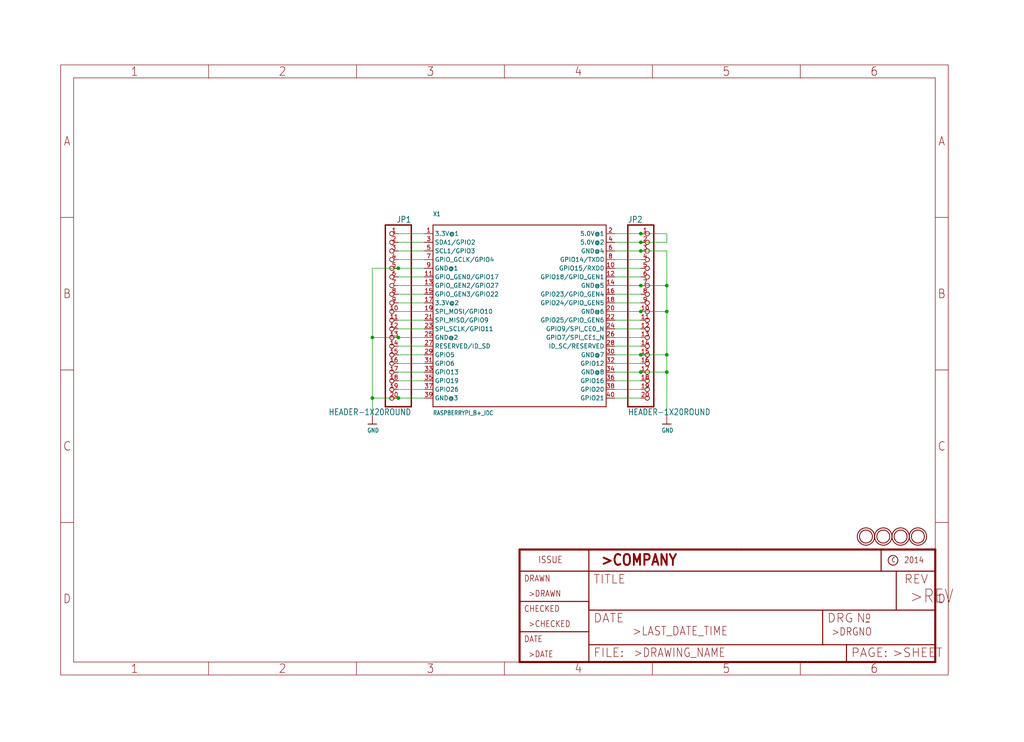
<source format=kicad_sch>
(kicad_sch (version 20211123) (generator eeschema)
  (paper "User" 300.38 217.881)
  (lib_symbols
    (symbol "eagleSchem-eagle-import:FRAME_A4"
      (symbol "FRAME_A4_1_0"
        (polyline (pts (xy 0 44.7675) (xy 3.81 44.7675)))
        (polyline (pts (xy 0 89.535) (xy 3.81 89.535)))
        (polyline (pts (xy 0 134.3025) (xy 3.81 134.3025)))
        (polyline (pts (xy 3.81 3.81) (xy 3.81 175.26)))
        (polyline (pts (xy 43.3917 0) (xy 43.3917 3.81)))
        (polyline (pts (xy 43.3917 175.26) (xy 43.3917 179.07)))
        (polyline (pts (xy 86.7833 0) (xy 86.7833 3.81)))
        (polyline (pts (xy 86.7833 175.26) (xy 86.7833 179.07)))
        (polyline (pts (xy 130.175 0) (xy 130.175 3.81)))
        (polyline (pts (xy 130.175 175.26) (xy 130.175 179.07)))
        (polyline (pts (xy 173.5667 0) (xy 173.5667 3.81)))
        (polyline (pts (xy 173.5667 175.26) (xy 173.5667 179.07)))
        (polyline (pts (xy 216.9583 0) (xy 216.9583 3.81)))
        (polyline (pts (xy 216.9583 175.26) (xy 216.9583 179.07)))
        (polyline (pts (xy 256.54 3.81) (xy 3.81 3.81)))
        (polyline (pts (xy 256.54 3.81) (xy 256.54 8.89)) (stroke (width 0.1016)))
        (polyline (pts (xy 256.54 3.81) (xy 256.54 175.26)))
        (polyline (pts (xy 256.54 8.89) (xy 256.54 13.97)) (stroke (width 0.1016)))
        (polyline (pts (xy 256.54 13.97) (xy 256.54 19.05)) (stroke (width 0.1016)))
        (polyline (pts (xy 256.54 19.05) (xy 256.54 36.83)) (stroke (width 0.1016)))
        (polyline (pts (xy 256.54 44.7675) (xy 260.35 44.7675)))
        (polyline (pts (xy 256.54 89.535) (xy 260.35 89.535)))
        (polyline (pts (xy 256.54 134.3025) (xy 260.35 134.3025)))
        (polyline (pts (xy 256.54 175.26) (xy 3.81 175.26)))
        (polyline (pts (xy 0 0) (xy 260.35 0) (xy 260.35 179.07) (xy 0 179.07) (xy 0 0)))
        (text "1" (at 21.6958 1.905 0) (effects (font (size 2.54 2.286))))
        (text "1" (at 21.6958 177.165 0) (effects (font (size 2.54 2.286))))
        (text "2" (at 65.0875 1.905 0) (effects (font (size 2.54 2.286))))
        (text "2" (at 65.0875 177.165 0) (effects (font (size 2.54 2.286))))
        (text "3" (at 108.4792 1.905 0) (effects (font (size 2.54 2.286))))
        (text "3" (at 108.4792 177.165 0) (effects (font (size 2.54 2.286))))
        (text "4" (at 151.8708 1.905 0) (effects (font (size 2.54 2.286))))
        (text "4" (at 151.8708 177.165 0) (effects (font (size 2.54 2.286))))
        (text "5" (at 195.2625 1.905 0) (effects (font (size 2.54 2.286))))
        (text "5" (at 195.2625 177.165 0) (effects (font (size 2.54 2.286))))
        (text "6" (at 238.6542 1.905 0) (effects (font (size 2.54 2.286))))
        (text "6" (at 238.6542 177.165 0) (effects (font (size 2.54 2.286))))
        (text "A" (at 1.905 156.6863 0) (effects (font (size 2.54 2.286))))
        (text "A" (at 258.445 156.6863 0) (effects (font (size 2.54 2.286))))
        (text "B" (at 1.905 111.9188 0) (effects (font (size 2.54 2.286))))
        (text "B" (at 258.445 111.9188 0) (effects (font (size 2.54 2.286))))
        (text "C" (at 1.905 67.1513 0) (effects (font (size 2.54 2.286))))
        (text "C" (at 258.445 67.1513 0) (effects (font (size 2.54 2.286))))
        (text "D" (at 1.905 22.3838 0) (effects (font (size 2.54 2.286))))
        (text "D" (at 258.445 22.3838 0) (effects (font (size 2.54 2.286))))
      )
      (symbol "FRAME_A4_2_0"
        (polyline (pts (xy 0 1.27) (xy 20.32 1.27)) (stroke (width 0.6096)))
        (polyline (pts (xy 0 10.16) (xy 0 1.27)) (stroke (width 0.6096)))
        (polyline (pts (xy 0 10.16) (xy 20.32 10.16)) (stroke (width 0.3048)))
        (polyline (pts (xy 0 19.05) (xy 0 10.16)) (stroke (width 0.6096)))
        (polyline (pts (xy 0 19.05) (xy 20.32 19.05)) (stroke (width 0.3048)))
        (polyline (pts (xy 0 27.94) (xy 0 19.05)) (stroke (width 0.6096)))
        (polyline (pts (xy 0 27.94) (xy 20.32 27.94)) (stroke (width 0.3048)))
        (polyline (pts (xy 0 34.29) (xy 0 27.94)) (stroke (width 0.6096)))
        (polyline (pts (xy 20.32 1.27) (xy 20.32 6.35)) (stroke (width 0.3048)))
        (polyline (pts (xy 20.32 1.27) (xy 95.885 1.27)) (stroke (width 0.6096)))
        (polyline (pts (xy 20.32 6.35) (xy 20.32 10.16)) (stroke (width 0.3048)))
        (polyline (pts (xy 20.32 6.35) (xy 88.9 6.35)) (stroke (width 0.3048)))
        (polyline (pts (xy 20.32 10.16) (xy 20.32 19.05)) (stroke (width 0.3048)))
        (polyline (pts (xy 20.32 16.51) (xy 20.32 19.05)) (stroke (width 0.3048)))
        (polyline (pts (xy 20.32 19.05) (xy 20.32 27.94)) (stroke (width 0.3048)))
        (polyline (pts (xy 20.32 27.94) (xy 20.32 34.29)) (stroke (width 0.3048)))
        (polyline (pts (xy 20.32 27.94) (xy 65.0875 27.94)) (stroke (width 0.3048)))
        (polyline (pts (xy 20.32 34.29) (xy 0 34.29)) (stroke (width 0.6096)))
        (polyline (pts (xy 65.0875 27.94) (xy 106.045 27.94)) (stroke (width 0.3048)))
        (polyline (pts (xy 65.0875 34.29) (xy 20.32 34.29)) (stroke (width 0.6096)))
        (polyline (pts (xy 88.9 6.35) (xy 95.885 6.35)) (stroke (width 0.3048)))
        (polyline (pts (xy 88.9 16.51) (xy 20.32 16.51)) (stroke (width 0.3048)))
        (polyline (pts (xy 88.9 16.51) (xy 88.9 6.35)) (stroke (width 0.3048)))
        (polyline (pts (xy 95.885 1.27) (xy 121.92 1.27)) (stroke (width 0.6096)))
        (polyline (pts (xy 95.885 6.35) (xy 95.885 1.27)) (stroke (width 0.3048)))
        (polyline (pts (xy 95.885 6.35) (xy 121.92 6.35)) (stroke (width 0.3048)))
        (polyline (pts (xy 101.6 13.0175) (xy 102.5525 13.0175)) (stroke (width 0.254)))
        (polyline (pts (xy 106.045 27.94) (xy 106.045 34.29)) (stroke (width 0.3048)))
        (polyline (pts (xy 106.045 27.94) (xy 110.49 27.94)) (stroke (width 0.3048)))
        (polyline (pts (xy 106.045 34.29) (xy 65.0875 34.29)) (stroke (width 0.6096)))
        (polyline (pts (xy 110.49 16.51) (xy 88.9 16.51)) (stroke (width 0.3048)))
        (polyline (pts (xy 110.49 27.94) (xy 110.49 16.51)) (stroke (width 0.3048)))
        (polyline (pts (xy 110.49 27.94) (xy 113.03 27.94)) (stroke (width 0.3048)))
        (polyline (pts (xy 113.03 27.94) (xy 121.92 27.94)) (stroke (width 0.3048)))
        (polyline (pts (xy 113.03 34.29) (xy 106.045 34.29)) (stroke (width 0.6096)))
        (polyline (pts (xy 121.92 6.35) (xy 121.92 1.27)) (stroke (width 0.6096)))
        (polyline (pts (xy 121.92 16.51) (xy 110.49 16.51)) (stroke (width 0.3048)))
        (polyline (pts (xy 121.92 16.51) (xy 121.92 6.35)) (stroke (width 0.6096)))
        (polyline (pts (xy 121.92 27.94) (xy 121.92 16.51)) (stroke (width 0.6096)))
        (polyline (pts (xy 121.92 34.29) (xy 113.03 34.29)) (stroke (width 0.6096)))
        (polyline (pts (xy 121.92 34.29) (xy 121.92 27.94)) (stroke (width 0.6096)))
        (circle (center 109.5375 31.115) (radius 1.4199) (stroke (width 0.254)))
        (text "2014" (at 112.7125 30.1625 0) (effects (font (size 1.778 1.5113)) (justify left bottom)))
        (text ">CHECKED" (at 2.54 11.43 0) (effects (font (size 1.778 1.5113)) (justify left bottom)))
        (text ">COMPANY" (at 23.6538 29.3687 0) (effects (font (size 3.175 2.6987) (thickness 0.5397) bold) (justify left bottom)))
        (text ">DATE" (at 2.54 2.54 0) (effects (font (size 1.778 1.5113)) (justify left bottom)))
        (text ">DRAWING_NAME" (at 33.3375 2.54 0) (effects (font (size 2.54 2.159)) (justify left bottom)))
        (text ">DRAWN" (at 2.54 20.32 0) (effects (font (size 1.778 1.5113)) (justify left bottom)))
        (text ">DRGNO" (at 91.44 8.89 0) (effects (font (size 2.1844 1.8567)) (justify left bottom)))
        (text ">LAST_DATE_TIME" (at 33.02 8.89 0) (effects (font (size 2.54 2.159)) (justify left bottom)))
        (text ">REV" (at 114.3 18.415 0) (effects (font (size 3.81 3.2385)) (justify left bottom)))
        (text ">SHEET" (at 109.22 2.54 0) (effects (font (size 2.54 2.54)) (justify left bottom)))
        (text "C" (at 109.0612 30.48 0) (effects (font (size 1.27 1.0795)) (justify left bottom)))
        (text "CHECKED" (at 1.27 15.875 0) (effects (font (size 1.778 1.5113)) (justify left bottom)))
        (text "DATE" (at 1.27 6.985 0) (effects (font (size 1.778 1.5113)) (justify left bottom)))
        (text "DATE" (at 21.59 12.7 0) (effects (font (size 2.54 2.54)) (justify left bottom)))
        (text "DRAWN" (at 1.27 24.765 0) (effects (font (size 1.778 1.5113)) (justify left bottom)))
        (text "DRG" (at 90.17 12.7 0) (effects (font (size 2.54 2.54)) (justify left bottom)))
        (text "FILE:" (at 21.59 2.54 0) (effects (font (size 2.54 2.54)) (justify left bottom)))
        (text "ISSUE" (at 5.3975 30.1625 0) (effects (font (size 1.9304 1.6408)) (justify left bottom)))
        (text "N" (at 98.7425 12.7 0) (effects (font (size 2.54 2.54)) (justify left bottom)))
        (text "o" (at 101.2825 13.6525 0) (effects (font (size 2.1844 1.8567)) (justify left bottom)))
        (text "PAGE:" (at 97.155 2.54 0) (effects (font (size 2.54 2.54)) (justify left bottom)))
        (text "REV" (at 112.7125 24.13 0) (effects (font (size 2.54 2.54)) (justify left bottom)))
        (text "TITLE" (at 21.59 24.13 0) (effects (font (size 2.54 2.54)) (justify left bottom)))
      )
    )
    (symbol "eagleSchem-eagle-import:GND" (power)
      (property "Value" "GND" (at -1.524 -2.54 0))
      (symbol "GND_1_0"
        (polyline (pts (xy -1.27 0) (xy 1.27 0)) (stroke (width 0.254)))
        (pin power_in line (at 0 2.54 270) (length 2.54) (name "GND") (number "1"))
      )
    )
    (symbol "eagleSchem-eagle-import:HEADER-1X20ROUND"
      (property "Reference" "JP" (at -6.35 26.035 0))
      (property "Value" "HEADER-1X20ROUND" (at -6.35 -30.48 0))
      (symbol "HEADER-1X20ROUND_1_0"
        (polyline (pts (xy -6.35 -27.94) (xy 1.27 -27.94)) (stroke (width 0.4064)))
        (polyline (pts (xy -6.35 25.4) (xy -6.35 -27.94)) (stroke (width 0.4064)))
        (polyline (pts (xy 1.27 -27.94) (xy 1.27 25.4)) (stroke (width 0.4064)))
        (polyline (pts (xy 1.27 25.4) (xy -6.35 25.4)) (stroke (width 0.4064)))
        (pin passive inverted (at -2.54 22.86 0) (length 2.54) (name "1") (number "1"))
        (pin passive inverted (at -2.54 0 0) (length 2.54) (name "10") (number "10"))
        (pin passive inverted (at -2.54 -2.54 0) (length 2.54) (name "11") (number "11"))
        (pin passive inverted (at -2.54 -5.08 0) (length 2.54) (name "12") (number "12"))
        (pin passive inverted (at -2.54 -7.62 0) (length 2.54) (name "13") (number "13"))
        (pin passive inverted (at -2.54 -10.16 0) (length 2.54) (name "14") (number "14"))
        (pin passive inverted (at -2.54 -12.7 0) (length 2.54) (name "15") (number "15"))
        (pin passive inverted (at -2.54 -15.24 0) (length 2.54) (name "16") (number "16"))
        (pin passive inverted (at -2.54 -17.78 0) (length 2.54) (name "17") (number "17"))
        (pin passive inverted (at -2.54 -20.32 0) (length 2.54) (name "18") (number "18"))
        (pin passive inverted (at -2.54 -22.86 0) (length 2.54) (name "19") (number "19"))
        (pin passive inverted (at -2.54 20.32 0) (length 2.54) (name "2") (number "2"))
        (pin passive inverted (at -2.54 -25.4 0) (length 2.54) (name "20") (number "20"))
        (pin passive inverted (at -2.54 17.78 0) (length 2.54) (name "3") (number "3"))
        (pin passive inverted (at -2.54 15.24 0) (length 2.54) (name "4") (number "4"))
        (pin passive inverted (at -2.54 12.7 0) (length 2.54) (name "5") (number "5"))
        (pin passive inverted (at -2.54 10.16 0) (length 2.54) (name "6") (number "6"))
        (pin passive inverted (at -2.54 7.62 0) (length 2.54) (name "7") (number "7"))
        (pin passive inverted (at -2.54 5.08 0) (length 2.54) (name "8") (number "8"))
        (pin passive inverted (at -2.54 2.54 0) (length 2.54) (name "9") (number "9"))
      )
    )
    (symbol "eagleSchem-eagle-import:MOUNTINGHOLE2.5_THICK"
      (symbol "MOUNTINGHOLE2.5_THICK_1_0"
        (circle (center 0 0) (radius 1.905) (stroke (width 0.254)))
        (circle (center 0 0) (radius 2.54) (stroke (width 0.254)))
      )
    )
    (symbol "eagleSchem-eagle-import:RASPBERRYPI_B+_IDC"
      (property "Reference" "X" (at -25.4 27.94 0))
      (property "Value" "RASPBERRYPI_B+_IDC" (at -25.4 -30.48 0))
      (symbol "RASPBERRYPI_B+_IDC_1_0"
        (polyline (pts (xy -25.4 -27.94) (xy -25.4 25.4)) (stroke (width 0.254)))
        (polyline (pts (xy -25.4 25.4) (xy 25.4 25.4)) (stroke (width 0.254)))
        (polyline (pts (xy 25.4 -27.94) (xy -25.4 -27.94)) (stroke (width 0.254)))
        (polyline (pts (xy 25.4 25.4) (xy 25.4 -27.94)) (stroke (width 0.254)))
        (pin power_in line (at -27.94 22.86 0) (length 2.54) (name "3.3V@1") (number "1"))
        (pin bidirectional line (at 27.94 12.7 180) (length 2.54) (name "GPIO15/RXD0") (number "10"))
        (pin bidirectional line (at -27.94 10.16 0) (length 2.54) (name "GPIO_GEN0/GPIO17") (number "11"))
        (pin bidirectional line (at 27.94 10.16 180) (length 2.54) (name "GPIO18/GPIO_GEN1") (number "12"))
        (pin bidirectional line (at -27.94 7.62 0) (length 2.54) (name "GPIO_GEN2/GPIO27") (number "13"))
        (pin power_in line (at 27.94 7.62 180) (length 2.54) (name "GND@5") (number "14"))
        (pin bidirectional line (at -27.94 5.08 0) (length 2.54) (name "GPIO_GEN3/GPIO22") (number "15"))
        (pin bidirectional line (at 27.94 5.08 180) (length 2.54) (name "GPIO23/GPIO_GEN4") (number "16"))
        (pin power_in line (at -27.94 2.54 0) (length 2.54) (name "3.3V@2") (number "17"))
        (pin bidirectional line (at 27.94 2.54 180) (length 2.54) (name "GPIO24/GPIO_GEN5") (number "18"))
        (pin bidirectional line (at -27.94 0 0) (length 2.54) (name "SPI_MOSI/GPIO10") (number "19"))
        (pin power_in line (at 27.94 22.86 180) (length 2.54) (name "5.0V@1") (number "2"))
        (pin power_in line (at 27.94 0 180) (length 2.54) (name "GND@6") (number "20"))
        (pin input line (at -27.94 -2.54 0) (length 2.54) (name "SPI_MISO/GPIO9") (number "21"))
        (pin bidirectional line (at 27.94 -2.54 180) (length 2.54) (name "GPIO25/GPIO_GEN6") (number "22"))
        (pin bidirectional line (at -27.94 -5.08 0) (length 2.54) (name "SPI_SCLK/GPIO11") (number "23"))
        (pin bidirectional line (at 27.94 -5.08 180) (length 2.54) (name "GPIO9/SPI_CE0_N") (number "24"))
        (pin power_in line (at -27.94 -7.62 0) (length 2.54) (name "GND@2") (number "25"))
        (pin bidirectional line (at 27.94 -7.62 180) (length 2.54) (name "GPIO7/SPI_CE1_N") (number "26"))
        (pin bidirectional line (at -27.94 -10.16 0) (length 2.54) (name "RESERVED/ID_SD") (number "27"))
        (pin bidirectional line (at 27.94 -10.16 180) (length 2.54) (name "ID_SC/RESERVED") (number "28"))
        (pin bidirectional line (at -27.94 -12.7 0) (length 2.54) (name "GPIO5") (number "29"))
        (pin bidirectional line (at -27.94 20.32 0) (length 2.54) (name "SDA1/GPIO2") (number "3"))
        (pin power_in line (at 27.94 -12.7 180) (length 2.54) (name "GND@7") (number "30"))
        (pin bidirectional line (at -27.94 -15.24 0) (length 2.54) (name "GPIO6") (number "31"))
        (pin bidirectional line (at 27.94 -15.24 180) (length 2.54) (name "GPIO12") (number "32"))
        (pin bidirectional line (at -27.94 -17.78 0) (length 2.54) (name "GPIO13") (number "33"))
        (pin power_in line (at 27.94 -17.78 180) (length 2.54) (name "GND@8") (number "34"))
        (pin bidirectional line (at -27.94 -20.32 0) (length 2.54) (name "GPIO19") (number "35"))
        (pin bidirectional line (at 27.94 -20.32 180) (length 2.54) (name "GPIO16") (number "36"))
        (pin bidirectional line (at -27.94 -22.86 0) (length 2.54) (name "GPIO26") (number "37"))
        (pin bidirectional line (at 27.94 -22.86 180) (length 2.54) (name "GPIO20") (number "38"))
        (pin power_in line (at -27.94 -25.4 0) (length 2.54) (name "GND@3") (number "39"))
        (pin power_in line (at 27.94 20.32 180) (length 2.54) (name "5.0V@2") (number "4"))
        (pin bidirectional line (at 27.94 -25.4 180) (length 2.54) (name "GPIO21") (number "40"))
        (pin bidirectional line (at -27.94 17.78 0) (length 2.54) (name "SCL1/GPIO3") (number "5"))
        (pin power_in line (at 27.94 17.78 180) (length 2.54) (name "GND@4") (number "6"))
        (pin bidirectional line (at -27.94 15.24 0) (length 2.54) (name "GPIO_GCLK/GPIO4") (number "7"))
        (pin bidirectional line (at 27.94 15.24 180) (length 2.54) (name "GPIO14/TXD0") (number "8"))
        (pin power_in line (at -27.94 12.7 0) (length 2.54) (name "GND@1") (number "9"))
      )
    )
  )
  (junction (at 187.96 71.12))
  (junction (at 195.58 109.22))
  (junction (at 187.96 104.14))
  (junction (at 109.22 116.84))
  (junction (at 187.96 73.66))
  (junction (at 116.84 78.74))
  (junction (at 195.58 83.82))
  (junction (at 187.96 83.82))
  (junction (at 109.22 99.06))
  (junction (at 116.84 116.84))
  (junction (at 187.96 91.44))
  (junction (at 195.58 91.44))
  (junction (at 195.58 104.14))
  (junction (at 187.96 68.58))
  (junction (at 187.96 109.22))
  (junction (at 116.84 99.06))
  (wire (pts (xy 187.96 88.9) (xy 180.34 88.9)))
  (wire (pts (xy 195.58 68.58) (xy 195.58 71.12)))
  (wire (pts (xy 187.96 83.82) (xy 195.58 83.82)))
  (wire (pts (xy 187.96 91.44) (xy 195.58 91.44)))
  (wire (pts (xy 116.84 68.58) (xy 124.46 68.58)))
  (wire (pts (xy 116.84 106.68) (xy 124.46 106.68)))
  (wire (pts (xy 187.96 106.68) (xy 180.34 106.68)))
  (wire (pts (xy 116.84 104.14) (xy 124.46 104.14)))
  (wire (pts (xy 187.96 86.36) (xy 180.34 86.36)))
  (wire (pts (xy 116.84 116.84) (xy 124.46 116.84)))
  (wire (pts (xy 116.84 88.9) (xy 124.46 88.9)))
  (wire (pts (xy 187.96 101.6) (xy 180.34 101.6)))
  (wire (pts (xy 116.84 111.76) (xy 124.46 111.76)))
  (wire (pts (xy 187.96 111.76) (xy 180.34 111.76)))
  (wire (pts (xy 116.84 91.44) (xy 124.46 91.44)))
  (wire (pts (xy 116.84 78.74) (xy 109.22 78.74)))
  (wire (pts (xy 116.84 114.3) (xy 124.46 114.3)))
  (wire (pts (xy 116.84 93.98) (xy 124.46 93.98)))
  (wire (pts (xy 116.84 101.6) (xy 124.46 101.6)))
  (wire (pts (xy 116.84 109.22) (xy 124.46 109.22)))
  (wire (pts (xy 187.96 71.12) (xy 180.34 71.12)))
  (wire (pts (xy 195.58 83.82) (xy 195.58 91.44)))
  (wire (pts (xy 195.58 109.22) (xy 195.58 121.92)))
  (wire (pts (xy 195.58 71.12) (xy 187.96 71.12)))
  (wire (pts (xy 187.96 114.3) (xy 180.34 114.3)))
  (wire (pts (xy 187.96 104.14) (xy 180.34 104.14)))
  (wire (pts (xy 187.96 116.84) (xy 180.34 116.84)))
  (wire (pts (xy 187.96 76.2) (xy 180.34 76.2)))
  (wire (pts (xy 195.58 73.66) (xy 195.58 83.82)))
  (wire (pts (xy 109.22 78.74) (xy 109.22 99.06)))
  (wire (pts (xy 187.96 109.22) (xy 195.58 109.22)))
  (wire (pts (xy 116.84 73.66) (xy 124.46 73.66)))
  (wire (pts (xy 187.96 81.28) (xy 180.34 81.28)))
  (wire (pts (xy 187.96 99.06) (xy 180.34 99.06)))
  (wire (pts (xy 116.84 83.82) (xy 124.46 83.82)))
  (wire (pts (xy 187.96 68.58) (xy 195.58 68.58)))
  (wire (pts (xy 109.22 99.06) (xy 109.22 116.84)))
  (wire (pts (xy 116.84 116.84) (xy 109.22 116.84)))
  (wire (pts (xy 116.84 86.36) (xy 124.46 86.36)))
  (wire (pts (xy 187.96 91.44) (xy 180.34 91.44)))
  (wire (pts (xy 187.96 104.14) (xy 195.58 104.14)))
  (wire (pts (xy 116.84 81.28) (xy 124.46 81.28)))
  (wire (pts (xy 187.96 83.82) (xy 180.34 83.82)))
  (wire (pts (xy 187.96 73.66) (xy 195.58 73.66)))
  (wire (pts (xy 116.84 99.06) (xy 124.46 99.06)))
  (wire (pts (xy 195.58 104.14) (xy 195.58 109.22)))
  (wire (pts (xy 187.96 73.66) (xy 180.34 73.66)))
  (wire (pts (xy 187.96 96.52) (xy 180.34 96.52)))
  (wire (pts (xy 116.84 76.2) (xy 124.46 76.2)))
  (wire (pts (xy 195.58 91.44) (xy 195.58 104.14)))
  (wire (pts (xy 187.96 109.22) (xy 180.34 109.22)))
  (wire (pts (xy 116.84 99.06) (xy 109.22 99.06)))
  (wire (pts (xy 109.22 116.84) (xy 109.22 121.92)))
  (wire (pts (xy 116.84 78.74) (xy 124.46 78.74)))
  (wire (pts (xy 187.96 78.74) (xy 180.34 78.74)))
  (wire (pts (xy 187.96 68.58) (xy 180.34 68.58)))
  (wire (pts (xy 116.84 96.52) (xy 124.46 96.52)))
  (wire (pts (xy 116.84 71.12) (xy 124.46 71.12)))
  (wire (pts (xy 187.96 93.98) (xy 180.34 93.98)))
  (symbol (lib_id "eagleSchem-eagle-import:MOUNTINGHOLE2.5_THICK") (at 269.24 157.48 0) (unit 1)
    (property "Reference" "U$1" (effects hide))
    (property "Value" "MOUNTINGHOLE2.5_THICK" (effects hide))
    (property "Footprint" "eagleSchem:MOUNTINGHOLE_2.5_PLATED_THICK" (effects hide))
  )
  (symbol (lib_id "eagleSchem-eagle-import:GND") (at 109.22 124.46 0) (unit 1)
    (property "Reference" "#U$6" (effects hide))
    (property "Value" "GND" (at 107.696 127 0) (effects (font (size 1.27 1.0795)) (justify left bottom)))
    (property "Footprint" "eagleSchem:" (effects hide))
  )
  (symbol (lib_id "eagleSchem-eagle-import:RASPBERRYPI_B+_IDC") (at 152.4 91.44 0) (unit 1)
    (property "Reference" "X1" (at 127 63.5 0) (effects (font (size 1.27 1.0795)) (justify left bottom)))
    (property "Value" "RASPBERRYPI_B+_IDC" (at 127 121.92 0) (effects (font (size 1.27 1.0795)) (justify left bottom)))
    (property "Footprint" "eagleSchem:RASPBERRYPI_B+_IDC" (effects hide))
  )
  (symbol (lib_id "eagleSchem-eagle-import:MOUNTINGHOLE2.5_THICK") (at 264.16 157.48 0) (unit 1)
    (property "Reference" "U$3" (effects hide))
    (property "Value" "MOUNTINGHOLE2.5_THICK" (effects hide))
    (property "Footprint" "eagleSchem:MOUNTINGHOLE_2.5_PLATED_THICK" (effects hide))
  )
  (symbol (lib_id "eagleSchem-eagle-import:MOUNTINGHOLE2.5_THICK") (at 254 157.48 0) (unit 1)
    (property "Reference" "U$2" (effects hide))
    (property "Value" "MOUNTINGHOLE2.5_THICK" (effects hide))
    (property "Footprint" "eagleSchem:MOUNTINGHOLE_2.5_PLATED_THICK" (effects hide))
  )
  (symbol (lib_id "eagleSchem-eagle-import:FRAME_A4") (at 17.78 198.12 0) (unit 1)
    (property "Reference" "#FRAME1" (effects hide))
    (property "Value" "FRAME_A4" (effects hide))
    (property "Footprint" "eagleSchem:" (effects hide))
  )
  (symbol (lib_id "eagleSchem-eagle-import:HEADER-1X20ROUND") (at 114.3 91.44 0) (mirror y) (unit 1)
    (property "Reference" "JP1" (at 120.65 65.405 0) (effects (font (size 1.778 1.5113)) (justify left bottom)))
    (property "Value" "HEADER-1X20ROUND" (at 120.65 121.92 0) (effects (font (size 1.778 1.5113)) (justify left bottom)))
    (property "Footprint" "eagleSchem:1X20_ROUND" (effects hide))
  )
  (symbol (lib_id "eagleSchem-eagle-import:GND") (at 195.58 124.46 0) (unit 1)
    (property "Reference" "#U$7" (effects hide))
    (property "Value" "GND" (at 194.056 127 0) (effects (font (size 1.27 1.0795)) (justify left bottom)))
    (property "Footprint" "eagleSchem:" (effects hide))
  )
  (symbol (lib_id "eagleSchem-eagle-import:FRAME_A4") (at 152.4 195.58 0) (unit 2)
    (property "Reference" "#FRAME1" (effects hide))
    (property "Value" "FRAME_A4" (effects hide))
    (property "Footprint" "eagleSchem:" (effects hide))
  )
  (symbol (lib_id "eagleSchem-eagle-import:MOUNTINGHOLE2.5_THICK") (at 259.08 157.48 0) (unit 1)
    (property "Reference" "U$4" (effects hide))
    (property "Value" "MOUNTINGHOLE2.5_THICK" (effects hide))
    (property "Footprint" "eagleSchem:MOUNTINGHOLE_2.5_PLATED_THICK" (effects hide))
  )
  (symbol (lib_id "eagleSchem-eagle-import:HEADER-1X20ROUND") (at 190.5 91.44 0) (unit 1)
    (property "Reference" "JP2" (at 184.15 65.405 0) (effects (font (size 1.778 1.5113)) (justify left bottom)))
    (property "Value" "HEADER-1X20ROUND" (at 184.15 121.92 0) (effects (font (size 1.778 1.5113)) (justify left bottom)))
    (property "Footprint" "eagleSchem:1X20_ROUND" (effects hide))
  )
)
</source>
